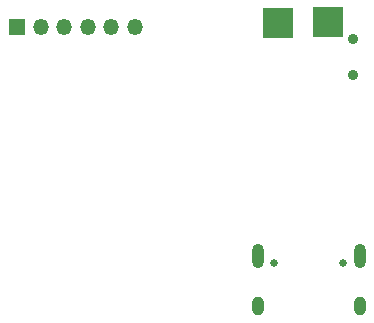
<source format=gbr>
%TF.GenerationSoftware,KiCad,Pcbnew,(5.1.8)-1*%
%TF.CreationDate,2021-10-10T15:44:20+08:00*%
%TF.ProjectId,wifiaudio,77696669-6175-4646-996f-2e6b69636164,rev?*%
%TF.SameCoordinates,Original*%
%TF.FileFunction,Soldermask,Bot*%
%TF.FilePolarity,Negative*%
%FSLAX46Y46*%
G04 Gerber Fmt 4.6, Leading zero omitted, Abs format (unit mm)*
G04 Created by KiCad (PCBNEW (5.1.8)-1) date 2021-10-10 15:44:20*
%MOMM*%
%LPD*%
G01*
G04 APERTURE LIST*
%ADD10O,1.350000X1.350000*%
%ADD11R,1.350000X1.350000*%
%ADD12C,0.900000*%
%ADD13R,2.500000X2.500000*%
%ADD14O,1.000000X2.100000*%
%ADD15C,0.650000*%
%ADD16O,1.000000X1.600000*%
G04 APERTURE END LIST*
D10*
%TO.C,J5*%
X115100000Y-85000000D03*
X113100000Y-85000000D03*
X111100000Y-85000000D03*
X109100000Y-85000000D03*
X107100000Y-85000000D03*
D11*
X105100000Y-85000000D03*
%TD*%
D12*
%TO.C,SW1*%
X133530000Y-86100000D03*
X133530000Y-89100000D03*
%TD*%
D13*
%TO.C,J3*%
X127200000Y-84700000D03*
%TD*%
%TO.C,J2*%
X131400000Y-84600000D03*
%TD*%
D14*
%TO.C,J1*%
X134120000Y-104470000D03*
X125480000Y-104470000D03*
D15*
X126910000Y-105000000D03*
D16*
X125480000Y-108650000D03*
D15*
X132690000Y-105000000D03*
D16*
X134120000Y-108650000D03*
%TD*%
M02*

</source>
